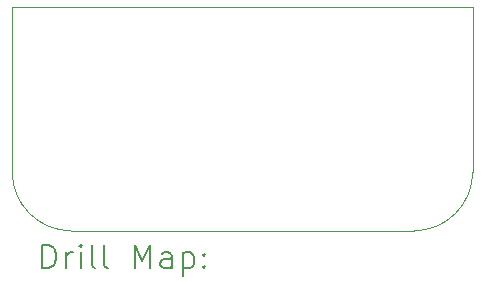
<source format=gbr>
%TF.GenerationSoftware,KiCad,Pcbnew,9.0.6*%
%TF.CreationDate,2026-02-06T14:40:23-05:00*%
%TF.ProjectId,DQ PS2 Controller Adapter,44512050-5332-4204-936f-6e74726f6c6c,1.0*%
%TF.SameCoordinates,Original*%
%TF.FileFunction,Drillmap*%
%TF.FilePolarity,Positive*%
%FSLAX45Y45*%
G04 Gerber Fmt 4.5, Leading zero omitted, Abs format (unit mm)*
G04 Created by KiCad (PCBNEW 9.0.6) date 2026-02-06 14:40:23*
%MOMM*%
%LPD*%
G01*
G04 APERTURE LIST*
%ADD10C,0.100000*%
%ADD11C,0.200000*%
G04 APERTURE END LIST*
D10*
X17017000Y-10153959D02*
G75*
G02*
X16517000Y-10653960I-500000J-1D01*
G01*
X17017000Y-10153959D02*
X17017000Y-8763000D01*
X13617000Y-10653959D02*
G75*
G02*
X13117001Y-10153959I0J499999D01*
G01*
X13617000Y-10653959D02*
X16517000Y-10653959D01*
X13117000Y-8763000D02*
X13117000Y-10153959D01*
X17017000Y-8763000D02*
X13117000Y-8763000D01*
D11*
X13372777Y-10970444D02*
X13372777Y-10770444D01*
X13372777Y-10770444D02*
X13420396Y-10770444D01*
X13420396Y-10770444D02*
X13448967Y-10779968D01*
X13448967Y-10779968D02*
X13468015Y-10799015D01*
X13468015Y-10799015D02*
X13477539Y-10818063D01*
X13477539Y-10818063D02*
X13487062Y-10856158D01*
X13487062Y-10856158D02*
X13487062Y-10884730D01*
X13487062Y-10884730D02*
X13477539Y-10922825D01*
X13477539Y-10922825D02*
X13468015Y-10941872D01*
X13468015Y-10941872D02*
X13448967Y-10960920D01*
X13448967Y-10960920D02*
X13420396Y-10970444D01*
X13420396Y-10970444D02*
X13372777Y-10970444D01*
X13572777Y-10970444D02*
X13572777Y-10837110D01*
X13572777Y-10875206D02*
X13582301Y-10856158D01*
X13582301Y-10856158D02*
X13591824Y-10846634D01*
X13591824Y-10846634D02*
X13610872Y-10837110D01*
X13610872Y-10837110D02*
X13629920Y-10837110D01*
X13696586Y-10970444D02*
X13696586Y-10837110D01*
X13696586Y-10770444D02*
X13687062Y-10779968D01*
X13687062Y-10779968D02*
X13696586Y-10789491D01*
X13696586Y-10789491D02*
X13706110Y-10779968D01*
X13706110Y-10779968D02*
X13696586Y-10770444D01*
X13696586Y-10770444D02*
X13696586Y-10789491D01*
X13820396Y-10970444D02*
X13801348Y-10960920D01*
X13801348Y-10960920D02*
X13791824Y-10941872D01*
X13791824Y-10941872D02*
X13791824Y-10770444D01*
X13925158Y-10970444D02*
X13906110Y-10960920D01*
X13906110Y-10960920D02*
X13896586Y-10941872D01*
X13896586Y-10941872D02*
X13896586Y-10770444D01*
X14153729Y-10970444D02*
X14153729Y-10770444D01*
X14153729Y-10770444D02*
X14220396Y-10913301D01*
X14220396Y-10913301D02*
X14287062Y-10770444D01*
X14287062Y-10770444D02*
X14287062Y-10970444D01*
X14468015Y-10970444D02*
X14468015Y-10865682D01*
X14468015Y-10865682D02*
X14458491Y-10846634D01*
X14458491Y-10846634D02*
X14439443Y-10837110D01*
X14439443Y-10837110D02*
X14401348Y-10837110D01*
X14401348Y-10837110D02*
X14382301Y-10846634D01*
X14468015Y-10960920D02*
X14448967Y-10970444D01*
X14448967Y-10970444D02*
X14401348Y-10970444D01*
X14401348Y-10970444D02*
X14382301Y-10960920D01*
X14382301Y-10960920D02*
X14372777Y-10941872D01*
X14372777Y-10941872D02*
X14372777Y-10922825D01*
X14372777Y-10922825D02*
X14382301Y-10903777D01*
X14382301Y-10903777D02*
X14401348Y-10894253D01*
X14401348Y-10894253D02*
X14448967Y-10894253D01*
X14448967Y-10894253D02*
X14468015Y-10884730D01*
X14563253Y-10837110D02*
X14563253Y-11037110D01*
X14563253Y-10846634D02*
X14582301Y-10837110D01*
X14582301Y-10837110D02*
X14620396Y-10837110D01*
X14620396Y-10837110D02*
X14639443Y-10846634D01*
X14639443Y-10846634D02*
X14648967Y-10856158D01*
X14648967Y-10856158D02*
X14658491Y-10875206D01*
X14658491Y-10875206D02*
X14658491Y-10932349D01*
X14658491Y-10932349D02*
X14648967Y-10951396D01*
X14648967Y-10951396D02*
X14639443Y-10960920D01*
X14639443Y-10960920D02*
X14620396Y-10970444D01*
X14620396Y-10970444D02*
X14582301Y-10970444D01*
X14582301Y-10970444D02*
X14563253Y-10960920D01*
X14744205Y-10951396D02*
X14753729Y-10960920D01*
X14753729Y-10960920D02*
X14744205Y-10970444D01*
X14744205Y-10970444D02*
X14734682Y-10960920D01*
X14734682Y-10960920D02*
X14744205Y-10951396D01*
X14744205Y-10951396D02*
X14744205Y-10970444D01*
X14744205Y-10846634D02*
X14753729Y-10856158D01*
X14753729Y-10856158D02*
X14744205Y-10865682D01*
X14744205Y-10865682D02*
X14734682Y-10856158D01*
X14734682Y-10856158D02*
X14744205Y-10846634D01*
X14744205Y-10846634D02*
X14744205Y-10865682D01*
M02*

</source>
